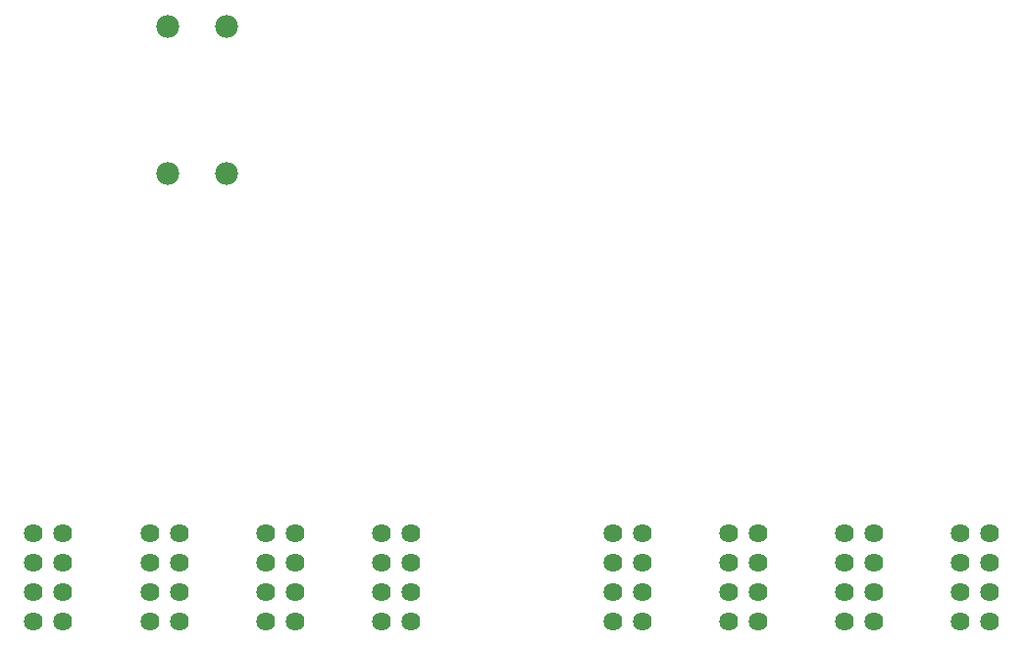
<source format=gbs>
G04 Layer: BottomSolderMaskLayer*
G04 EasyEDA v6.5.20, 2023-09-02 21:33:51*
G04 a67cddfb3fce44daa9051d46cbbcc19f,10*
G04 Gerber Generator version 0.2*
G04 Scale: 100 percent, Rotated: No, Reflected: No *
G04 Dimensions in millimeters *
G04 leading zeros omitted , absolute positions ,4 integer and 5 decimal *
%FSLAX45Y45*%
%MOMM*%

%ADD10C,1.6256*%
%ADD11C,1.9812*%

%LPD*%
D10*
G01*
X872997Y3880865D03*
G01*
X1126997Y3880865D03*
G01*
X872997Y3626865D03*
G01*
X1126997Y3626865D03*
G01*
X872997Y3372865D03*
G01*
X1126997Y3372865D03*
G01*
X872997Y3118865D03*
G01*
X1126997Y3118865D03*
G01*
X1872995Y3880865D03*
G01*
X2126995Y3880865D03*
G01*
X1872995Y3626865D03*
G01*
X2126995Y3626865D03*
G01*
X1872995Y3372865D03*
G01*
X2126995Y3372865D03*
G01*
X1872995Y3118865D03*
G01*
X2126995Y3118865D03*
G01*
X2872993Y3880865D03*
G01*
X3126993Y3880865D03*
G01*
X2872993Y3626865D03*
G01*
X3126993Y3626865D03*
G01*
X2872993Y3372865D03*
G01*
X3126993Y3372865D03*
G01*
X2872993Y3118865D03*
G01*
X3126993Y3118865D03*
G01*
X3872991Y3880865D03*
G01*
X4126991Y3880865D03*
G01*
X3872991Y3626865D03*
G01*
X4126991Y3626865D03*
G01*
X3872991Y3372865D03*
G01*
X4126991Y3372865D03*
G01*
X3872991Y3118865D03*
G01*
X4126991Y3118865D03*
G01*
X5872988Y3880865D03*
G01*
X6126988Y3880865D03*
G01*
X5872988Y3626865D03*
G01*
X6126988Y3626865D03*
G01*
X5872988Y3372865D03*
G01*
X6126988Y3372865D03*
G01*
X5872988Y3118865D03*
G01*
X6126988Y3118865D03*
G01*
X6872986Y3880865D03*
G01*
X7126986Y3880865D03*
G01*
X6872986Y3626865D03*
G01*
X7126986Y3626865D03*
G01*
X6872986Y3372865D03*
G01*
X7126986Y3372865D03*
G01*
X6872986Y3118865D03*
G01*
X7126986Y3118865D03*
G01*
X7872984Y3880865D03*
G01*
X8126984Y3880865D03*
G01*
X7872984Y3626865D03*
G01*
X8126984Y3626865D03*
G01*
X7872984Y3372865D03*
G01*
X8126984Y3372865D03*
G01*
X7872984Y3118865D03*
G01*
X8126984Y3118865D03*
G01*
X8872981Y3880865D03*
G01*
X9126981Y3880865D03*
G01*
X8872981Y3626865D03*
G01*
X9126981Y3626865D03*
G01*
X8872981Y3372865D03*
G01*
X9126981Y3372865D03*
G01*
X8872981Y3118865D03*
G01*
X9126981Y3118865D03*
D11*
G01*
X2032000Y8255000D03*
G01*
X2032000Y6985000D03*
G01*
X2540000Y8255000D03*
G01*
X2540000Y6985000D03*
M02*

</source>
